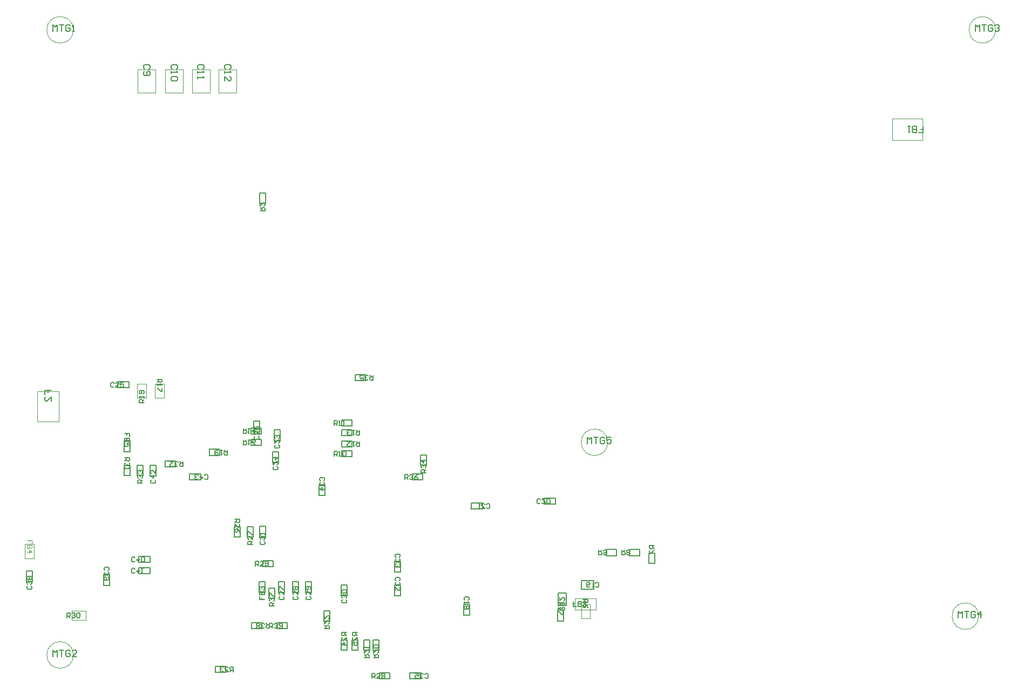
<source format=gbr>
%TF.GenerationSoftware,Altium Limited,Altium Designer,20.0.13 (296)*%
G04 Layer_Color=32768*
%FSLAX26Y26*%
%MOIN*%
%TF.FileFunction,Other,Mechanical_7*%
%TF.Part,Single*%
G01*
G75*
%TA.AperFunction,NonConductor*%
%ADD105C,0.006000*%
%ADD108C,0.005000*%
%ADD159C,0.008000*%
%ADD188C,0.004000*%
D105*
X5548114Y3450013D02*
X5574772D01*
Y3470006D01*
X5561443D01*
X5574772D01*
Y3490000D01*
X5534785Y3450013D02*
Y3490000D01*
X5514791D01*
X5508127Y3483336D01*
Y3476671D01*
X5514791Y3470006D01*
X5534785D01*
X5514791D01*
X5508127Y3463342D01*
Y3456677D01*
X5514791Y3450013D01*
X5534785D01*
X5494797Y3490000D02*
X5481468D01*
X5488133D01*
Y3450013D01*
X5494797Y3456677D01*
X149013Y1830342D02*
Y1857000D01*
X169006D01*
Y1843671D01*
Y1857000D01*
X189000D01*
Y1790355D02*
Y1817013D01*
X162342Y1790355D01*
X155677D01*
X149013Y1797019D01*
Y1810348D01*
X155677Y1817013D01*
X1292323Y3841342D02*
X1298987Y3848006D01*
Y3861335D01*
X1292323Y3868000D01*
X1265665D01*
X1259000Y3861335D01*
Y3848006D01*
X1265665Y3841342D01*
X1259000Y3828013D02*
Y3814684D01*
Y3821348D01*
X1298987D01*
X1292323Y3828013D01*
X1259000Y3768032D02*
Y3794690D01*
X1285658Y3768032D01*
X1292323D01*
X1298987Y3774697D01*
Y3788026D01*
X1292323Y3794690D01*
X1127323Y3841342D02*
X1133987Y3848006D01*
Y3861335D01*
X1127323Y3868000D01*
X1100665D01*
X1094000Y3861335D01*
Y3848006D01*
X1100665Y3841342D01*
X1094000Y3828013D02*
Y3814684D01*
Y3821348D01*
X1133987D01*
X1127323Y3828013D01*
X1094000Y3794690D02*
Y3781361D01*
Y3788026D01*
X1133987D01*
X1127323Y3794690D01*
X962323Y3841342D02*
X968987Y3848006D01*
Y3861336D01*
X962323Y3868000D01*
X935664D01*
X929000Y3861336D01*
Y3848006D01*
X935664Y3841342D01*
X929000Y3828013D02*
Y3814684D01*
Y3821348D01*
X968987D01*
X962323Y3828013D01*
Y3794690D02*
X968987Y3788026D01*
Y3774697D01*
X962323Y3768032D01*
X935664D01*
X929000Y3774697D01*
Y3788026D01*
X935664Y3794690D01*
X962323D01*
X792323Y3841342D02*
X798987Y3848006D01*
Y3861336D01*
X792323Y3868000D01*
X765664D01*
X759000Y3861336D01*
Y3848006D01*
X765664Y3841342D01*
Y3828013D02*
X759000Y3821348D01*
Y3808019D01*
X765664Y3801355D01*
X792323D01*
X798987Y3808019D01*
Y3821348D01*
X792323Y3828013D01*
X785658D01*
X778994Y3821348D01*
Y3801355D01*
D108*
X3761996Y834299D02*
Y871701D01*
Y834299D02*
X3824996D01*
Y871701D01*
X3761996D02*
X3824996D01*
X1584961Y381299D02*
Y418701D01*
X1647961D01*
Y381299D02*
Y418701D01*
X1584961Y381299D02*
X1647961D01*
X1491500D02*
Y418701D01*
X1428500Y381299D02*
X1491500D01*
X1428500D02*
Y418701D01*
X1491500D01*
X1532760Y568500D02*
X1570162D01*
X1532760D02*
Y631500D01*
X1570162D01*
Y568500D02*
Y631500D01*
X2129965Y1916299D02*
Y1953701D01*
X2066965Y1916299D02*
X2129965D01*
X2066965D02*
Y1953701D01*
X2129965D01*
X2419602Y1301299D02*
Y1338701D01*
X2482602D01*
Y1301299D02*
Y1338701D01*
X2419602Y1301299D02*
X2482602D01*
X2471299Y1393500D02*
X2508701D01*
X2471299D02*
Y1456500D01*
X2508701D01*
Y1393500D02*
Y1456500D01*
X720728Y1328500D02*
X758130D01*
X720728D02*
Y1391500D01*
X758130D01*
Y1328500D02*
Y1391500D01*
X957465Y1381299D02*
Y1418701D01*
X894465Y1381299D02*
X957465D01*
X894465D02*
Y1418701D01*
X957465D01*
X640728Y1393000D02*
X678130D01*
Y1330000D02*
Y1393000D01*
X640728Y1330000D02*
X678130D01*
X640728D02*
Y1393000D01*
X1498500Y766299D02*
Y803701D01*
X1561500D01*
Y766299D02*
Y803701D01*
X1498500Y766299D02*
X1561500D01*
X2218500Y71299D02*
Y108701D01*
X2281500D01*
Y71299D02*
Y108701D01*
X2218500Y71299D02*
X2281500D01*
X1401299Y950035D02*
X1438701D01*
X1401299D02*
Y1013035D01*
X1438701D01*
Y950035D02*
Y1013035D01*
X1321299D02*
X1358701D01*
Y950035D02*
Y1013035D01*
X1321299Y950035D02*
X1358701D01*
X1321299D02*
Y1013035D01*
X2046299Y312130D02*
X2083701D01*
X2046299Y249130D02*
Y312130D01*
Y249130D02*
X2083701D01*
Y312130D01*
X1981299Y311500D02*
X2018701D01*
X1981299Y248500D02*
Y311500D01*
Y248500D02*
X2018701D01*
Y311500D01*
X1267091Y113701D02*
Y151102D01*
X1204091D02*
X1267091D01*
X1204091Y113701D02*
Y151102D01*
Y113701D02*
X1267091D01*
X1873976Y429375D02*
X1911378D01*
Y492375D01*
X1873976D02*
X1911378D01*
X1873976Y429375D02*
Y492375D01*
X2120039Y248500D02*
X2157441D01*
Y311500D01*
X2120039D02*
X2157441D01*
X2120039Y248500D02*
Y311500D01*
X2176929Y248500D02*
X2214331D01*
Y311500D01*
X2176929D02*
X2214331D01*
X2176929Y248500D02*
Y311500D01*
X1229965Y1453898D02*
Y1491299D01*
X1166965Y1453898D02*
X1229965D01*
X1166965D02*
Y1491299D01*
X1229965D01*
X1422870Y1516299D02*
Y1553701D01*
Y1516299D02*
X1485870D01*
Y1553701D01*
X1422870D02*
X1485870D01*
X1422870Y1586299D02*
Y1623701D01*
Y1586299D02*
X1485870D01*
Y1623701D01*
X1422870D02*
X1485870D01*
X2045870Y1576299D02*
Y1613701D01*
X1982870Y1576299D02*
X2045870D01*
X1982870D02*
Y1613701D01*
X2045870D01*
Y1506299D02*
Y1543701D01*
X1982870Y1506299D02*
X2045870D01*
X1982870D02*
Y1543701D01*
X2045870D01*
X1982870Y1636299D02*
Y1673701D01*
X2045870D01*
Y1636299D02*
Y1673701D01*
X1982870Y1636299D02*
X2045870D01*
X1982870Y1446299D02*
Y1483701D01*
X2045870D01*
Y1446299D02*
Y1483701D01*
X1982870Y1446299D02*
X2045870D01*
X3617500Y834299D02*
Y871701D01*
Y834299D02*
X3680500D01*
Y871701D01*
X3617500D02*
X3680500D01*
X3881299Y850035D02*
X3918701D01*
X3881299Y787035D02*
Y850035D01*
Y787035D02*
X3918701D01*
Y850035D01*
X1476299Y3013500D02*
X1513701D01*
Y3076500D01*
X1476299D02*
X1513701D01*
X1476299Y3013500D02*
Y3076500D01*
X639307Y1475622D02*
Y1544622D01*
Y1475622D02*
X677307D01*
Y1544622D01*
X639307D02*
X677307D01*
X1510500Y605500D02*
Y674500D01*
X1472500D02*
X1510500D01*
X1472500Y605500D02*
Y674500D01*
Y605500D02*
X1510500D01*
X1113929Y1302000D02*
Y1338000D01*
X1044929Y1302000D02*
X1113929D01*
X1044929D02*
Y1338000D01*
X1113929D01*
X801429Y1325500D02*
X837429D01*
X801429D02*
Y1394500D01*
X837429D01*
Y1325500D02*
Y1394500D01*
X730500Y722000D02*
Y758000D01*
Y722000D02*
X799500D01*
Y758000D01*
X730500D02*
X799500D01*
X730500Y792000D02*
Y828000D01*
Y792000D02*
X799500D01*
Y828000D01*
X730500D02*
X799500D01*
X513000Y718500D02*
X549000D01*
X513000Y649500D02*
Y718500D01*
Y649500D02*
X549000D01*
Y718500D01*
X37000Y671405D02*
X73000D01*
X37000D02*
Y740405D01*
X73000D01*
Y671405D02*
Y740405D01*
X2474047Y72000D02*
Y108000D01*
X2405047D02*
X2474047D01*
X2405047Y72000D02*
Y108000D01*
Y72000D02*
X2474047D01*
X1845110Y1274106D02*
X1881110D01*
X1845110Y1205106D02*
Y1274106D01*
Y1205106D02*
X1881110D01*
Y1274106D01*
X2312000Y801035D02*
X2348000D01*
Y732035D02*
Y801035D01*
X2312000Y732035D02*
X2348000D01*
X2312000D02*
Y801035D01*
Y654500D02*
X2348000D01*
Y585500D02*
Y654500D01*
X2312000Y585500D02*
X2348000D01*
X2312000D02*
Y654500D01*
X1477000Y947035D02*
X1513000D01*
X1477000D02*
Y1016035D01*
X1513000D01*
Y947035D02*
Y1016035D01*
X1982000Y585500D02*
X2018000D01*
Y654500D01*
X1982000D02*
X2018000D01*
X1982000Y585500D02*
Y654500D01*
X1760000Y605500D02*
X1796000D01*
X1760000D02*
Y674500D01*
X1796000D01*
Y605500D02*
Y674500D01*
X1680000Y605500D02*
X1716000D01*
X1680000D02*
Y674500D01*
X1716000D01*
Y605500D02*
Y674500D01*
X1595000Y605500D02*
X1631000D01*
X1595000D02*
Y674500D01*
X1631000D01*
Y605500D02*
Y674500D01*
X1440465Y1598099D02*
X1476465D01*
X1440465D02*
Y1667099D01*
X1476465D01*
Y1598099D02*
Y1667099D01*
X602035Y1872000D02*
Y1908000D01*
X671035D01*
Y1872000D02*
Y1908000D01*
X602035Y1872000D02*
X671035D01*
X1556370Y1408689D02*
X1592370D01*
Y1477689D01*
X1556370D02*
X1592370D01*
X1556370Y1408689D02*
Y1477689D01*
X1566370Y1542567D02*
X1602370D01*
Y1611567D01*
X1566370D02*
X1602370D01*
X1566370Y1542567D02*
Y1611567D01*
X3319213Y525630D02*
Y604370D01*
X3370787D01*
Y525630D02*
Y604370D01*
X3319213Y525630D02*
X3370787D01*
X2854500Y1122000D02*
Y1158000D01*
X2785500D02*
X2854500D01*
X2785500Y1122000D02*
Y1158000D01*
Y1122000D02*
X2854500D01*
X3235500Y1152000D02*
Y1188000D01*
Y1152000D02*
X3304500D01*
Y1188000D01*
X3235500D02*
X3304500D01*
X3462630Y627638D02*
X3541370D01*
X3462630D02*
Y679213D01*
X3541370D01*
Y627638D02*
Y679213D01*
X2737000Y534500D02*
X2773000D01*
Y465500D02*
Y534500D01*
X2737000Y465500D02*
X2773000D01*
X2737000D02*
Y534500D01*
X3317000Y499500D02*
X3353000D01*
Y430500D02*
Y499500D01*
X3317000Y430500D02*
X3353000D01*
X3317000D02*
Y499500D01*
X3715496Y868000D02*
Y838010D01*
X3730491D01*
X3735490Y843008D01*
Y853005D01*
X3730491Y858003D01*
X3715496D01*
X3725493D02*
X3735490Y868000D01*
X3745486Y843008D02*
X3750485Y838010D01*
X3760481D01*
X3765480Y843008D01*
Y848006D01*
X3760481Y853005D01*
X3765480Y858003D01*
Y863002D01*
X3760481Y868000D01*
X3750485D01*
X3745486Y863002D01*
Y858003D01*
X3750485Y853005D01*
X3745486Y848006D01*
Y843008D01*
X3750485Y853005D02*
X3760481D01*
X1538461Y385000D02*
Y414990D01*
X1553456D01*
X1558454Y409992D01*
Y399995D01*
X1553456Y394997D01*
X1538461D01*
X1548458D02*
X1558454Y385000D01*
X1568451Y409992D02*
X1573449Y414990D01*
X1583446D01*
X1588445Y409992D01*
Y404993D01*
X1583446Y399995D01*
X1578448D01*
X1583446D01*
X1588445Y394997D01*
Y389998D01*
X1583446Y385000D01*
X1573449D01*
X1568451Y389998D01*
X1598441D02*
X1603440Y385000D01*
X1613437D01*
X1618435Y389998D01*
Y409992D01*
X1613437Y414990D01*
X1603440D01*
X1598441Y409992D01*
Y404993D01*
X1603440Y399995D01*
X1618435D01*
X1538000Y415000D02*
Y385010D01*
X1523005D01*
X1518006Y390008D01*
Y400005D01*
X1523005Y405003D01*
X1538000D01*
X1528003D02*
X1518006Y415000D01*
X1508010Y390008D02*
X1503011Y385010D01*
X1493014D01*
X1488016Y390008D01*
Y395007D01*
X1493014Y400005D01*
X1498013D01*
X1493014D01*
X1488016Y405003D01*
Y410002D01*
X1493014Y415000D01*
X1503011D01*
X1508010Y410002D01*
X1478019Y390008D02*
X1473021Y385010D01*
X1463024D01*
X1458026Y390008D01*
Y395007D01*
X1463024Y400005D01*
X1458026Y405003D01*
Y410002D01*
X1463024Y415000D01*
X1473021D01*
X1478019Y410002D01*
Y405003D01*
X1473021Y400005D01*
X1478019Y395007D01*
Y390008D01*
X1473021Y400005D02*
X1463024D01*
X1566461Y522000D02*
X1536470D01*
Y536995D01*
X1541469Y541994D01*
X1551466D01*
X1556464Y536995D01*
Y522000D01*
Y531997D02*
X1566461Y541994D01*
X1541469Y551990D02*
X1536470Y556989D01*
Y566986D01*
X1541469Y571984D01*
X1546467D01*
X1551466Y566986D01*
Y561987D01*
Y566986D01*
X1556464Y571984D01*
X1561462D01*
X1566461Y566986D01*
Y556989D01*
X1561462Y551990D01*
X1536470Y581981D02*
Y601974D01*
X1541469D01*
X1561462Y581981D01*
X1566461D01*
X2176465Y1950000D02*
Y1920010D01*
X2161469D01*
X2156471Y1925008D01*
Y1935005D01*
X2161469Y1940003D01*
X2176465D01*
X2166468D02*
X2156471Y1950000D01*
X2146474Y1925008D02*
X2141476Y1920010D01*
X2131479D01*
X2126481Y1925008D01*
Y1930006D01*
X2131479Y1935005D01*
X2136477D01*
X2131479D01*
X2126481Y1940003D01*
Y1945002D01*
X2131479Y1950000D01*
X2141476D01*
X2146474Y1945002D01*
X2096490Y1920010D02*
X2116484D01*
Y1935005D01*
X2106487Y1930006D01*
X2101489D01*
X2096490Y1935005D01*
Y1945002D01*
X2101489Y1950000D01*
X2111486D01*
X2116484Y1945002D01*
X2373102Y1305000D02*
Y1334990D01*
X2388097D01*
X2393096Y1329992D01*
Y1319995D01*
X2388097Y1314997D01*
X2373102D01*
X2383099D02*
X2393096Y1305000D01*
X2403093Y1329992D02*
X2408091Y1334990D01*
X2418088D01*
X2423086Y1329992D01*
Y1324994D01*
X2418088Y1319995D01*
X2413089D01*
X2418088D01*
X2423086Y1314997D01*
Y1309998D01*
X2418088Y1305000D01*
X2408091D01*
X2403093Y1309998D01*
X2453076Y1334990D02*
X2443080Y1329992D01*
X2433083Y1319995D01*
Y1309998D01*
X2438081Y1305000D01*
X2448078D01*
X2453076Y1309998D01*
Y1314997D01*
X2448078Y1319995D01*
X2433083D01*
X2505000Y1347000D02*
X2475010D01*
Y1361995D01*
X2480008Y1366994D01*
X2490005D01*
X2495003Y1361995D01*
Y1347000D01*
Y1356997D02*
X2505000Y1366994D01*
X2480008Y1376990D02*
X2475010Y1381989D01*
Y1391986D01*
X2480008Y1396984D01*
X2485006D01*
X2490005Y1391986D01*
Y1386987D01*
Y1391986D01*
X2495003Y1396984D01*
X2500002D01*
X2505000Y1391986D01*
Y1381989D01*
X2500002Y1376990D01*
X2505000Y1421976D02*
X2475010D01*
X2490005Y1406981D01*
Y1426974D01*
X754429Y1282000D02*
X724439D01*
Y1296995D01*
X729437Y1301994D01*
X739434D01*
X744432Y1296995D01*
Y1282000D01*
Y1291997D02*
X754429Y1301994D01*
X729437Y1311990D02*
X724439Y1316989D01*
Y1326986D01*
X729437Y1331984D01*
X734436D01*
X739434Y1326986D01*
Y1321987D01*
Y1326986D01*
X744432Y1331984D01*
X749431D01*
X754429Y1326986D01*
Y1316989D01*
X749431Y1311990D01*
X729437Y1341981D02*
X724439Y1346979D01*
Y1356976D01*
X729437Y1361974D01*
X734436D01*
X739434Y1356976D01*
Y1351977D01*
Y1356976D01*
X744432Y1361974D01*
X749431D01*
X754429Y1356976D01*
Y1346979D01*
X749431Y1341981D01*
X1003965Y1415000D02*
Y1385010D01*
X988969D01*
X983971Y1390008D01*
Y1400005D01*
X988969Y1405003D01*
X1003965D01*
X993968D02*
X983971Y1415000D01*
X973974Y1390008D02*
X968976Y1385010D01*
X958979D01*
X953981Y1390008D01*
Y1395006D01*
X958979Y1400005D01*
X963977D01*
X958979D01*
X953981Y1405003D01*
Y1410002D01*
X958979Y1415000D01*
X968976D01*
X973974Y1410002D01*
X923990Y1415000D02*
X943984D01*
X923990Y1395006D01*
Y1390008D01*
X928989Y1385010D01*
X938986D01*
X943984Y1390008D01*
X644429Y1439500D02*
X674419D01*
Y1424505D01*
X669421Y1419506D01*
X659424D01*
X654426Y1424505D01*
Y1439500D01*
Y1429503D02*
X644429Y1419506D01*
X669421Y1409510D02*
X674419Y1404511D01*
Y1394514D01*
X669421Y1389516D01*
X664423D01*
X659424Y1394514D01*
Y1399513D01*
Y1394514D01*
X654426Y1389516D01*
X649428D01*
X644429Y1394514D01*
Y1404511D01*
X649428Y1409510D01*
X644429Y1379519D02*
Y1369523D01*
Y1374521D01*
X674419D01*
X669421Y1379519D01*
X288000Y450000D02*
Y479990D01*
X302995D01*
X307993Y474992D01*
Y464995D01*
X302995Y459997D01*
X288000D01*
X297997D02*
X307993Y450000D01*
X317990Y474992D02*
X322989Y479990D01*
X332986D01*
X337984Y474992D01*
Y469993D01*
X332986Y464995D01*
X327987D01*
X332986D01*
X337984Y459997D01*
Y454998D01*
X332986Y450000D01*
X322989D01*
X317990Y454998D01*
X347981Y474992D02*
X352979Y479990D01*
X362976D01*
X367974Y474992D01*
Y454998D01*
X362976Y450000D01*
X352979D01*
X347981Y454998D01*
Y474992D01*
X1452000Y770000D02*
Y799990D01*
X1466995D01*
X1471994Y794992D01*
Y784995D01*
X1466995Y779997D01*
X1452000D01*
X1461997D02*
X1471994Y770000D01*
X1501984D02*
X1481990D01*
X1501984Y789994D01*
Y794992D01*
X1496986Y799990D01*
X1486989D01*
X1481990Y794992D01*
X1511981Y774998D02*
X1516979Y770000D01*
X1526976D01*
X1531974Y774998D01*
Y794992D01*
X1526976Y799990D01*
X1516979D01*
X1511981Y794992D01*
Y789994D01*
X1516979Y784995D01*
X1531974D01*
X2172000Y75000D02*
Y104990D01*
X2186995D01*
X2191994Y99992D01*
Y89995D01*
X2186995Y84997D01*
X2172000D01*
X2181997D02*
X2191994Y75000D01*
X2221984D02*
X2201990D01*
X2221984Y94993D01*
Y99992D01*
X2216985Y104990D01*
X2206989D01*
X2201990Y99992D01*
X2231981D02*
X2236979Y104990D01*
X2246976D01*
X2251974Y99992D01*
Y94993D01*
X2246976Y89995D01*
X2251974Y84997D01*
Y79998D01*
X2246976Y75000D01*
X2236979D01*
X2231981Y79998D01*
Y84997D01*
X2236979Y89995D01*
X2231981Y94993D01*
Y99992D01*
X2236979Y89995D02*
X2246976D01*
X1435000Y903535D02*
X1405010D01*
Y918531D01*
X1410008Y923529D01*
X1420005D01*
X1425003Y918531D01*
Y903535D01*
Y913532D02*
X1435000Y923529D01*
Y953519D02*
Y933526D01*
X1415006Y953519D01*
X1410008D01*
X1405010Y948521D01*
Y938524D01*
X1410008Y933526D01*
X1405010Y963516D02*
Y983510D01*
X1410008D01*
X1430002Y963516D01*
X1435000D01*
X1325000Y1059535D02*
X1354990D01*
Y1044540D01*
X1349992Y1039542D01*
X1339995D01*
X1334997Y1044540D01*
Y1059535D01*
Y1049539D02*
X1325000Y1039542D01*
Y1009552D02*
Y1029545D01*
X1344994Y1009552D01*
X1349992D01*
X1354990Y1014550D01*
Y1024547D01*
X1349992Y1029545D01*
X1354990Y979561D02*
X1349992Y989558D01*
X1339995Y999555D01*
X1329998D01*
X1325000Y994556D01*
Y984560D01*
X1329998Y979561D01*
X1334997D01*
X1339995Y984560D01*
Y999555D01*
X2080000Y358630D02*
X2050010D01*
Y343635D01*
X2055008Y338636D01*
X2065005D01*
X2070003Y343635D01*
Y358630D01*
Y348633D02*
X2080000Y338636D01*
Y308646D02*
Y328640D01*
X2060006Y308646D01*
X2055008D01*
X2050010Y313644D01*
Y323641D01*
X2055008Y328640D01*
X2050010Y278656D02*
Y298649D01*
X2065005D01*
X2060006Y288652D01*
Y283654D01*
X2065005Y278656D01*
X2075002D01*
X2080000Y283654D01*
Y293651D01*
X2075002Y298649D01*
X2015000Y358000D02*
X1985010D01*
Y343005D01*
X1990008Y338007D01*
X2000005D01*
X2005003Y343005D01*
Y358000D01*
Y348003D02*
X2015000Y338007D01*
Y308016D02*
Y328010D01*
X1995006Y308016D01*
X1990008D01*
X1985010Y313014D01*
Y323011D01*
X1990008Y328010D01*
X2015000Y283024D02*
X1985010D01*
X2000005Y298019D01*
Y278026D01*
X1313591Y117401D02*
Y147392D01*
X1298595D01*
X1293597Y142393D01*
Y132397D01*
X1298595Y127398D01*
X1313591D01*
X1303594D02*
X1293597Y117401D01*
X1263607D02*
X1283600D01*
X1263607Y137395D01*
Y142393D01*
X1268605Y147392D01*
X1278602D01*
X1283600Y142393D01*
X1253610D02*
X1248612Y147392D01*
X1238615D01*
X1233617Y142393D01*
Y137395D01*
X1238615Y132397D01*
X1243613D01*
X1238615D01*
X1233617Y127398D01*
Y122400D01*
X1238615Y117401D01*
X1248612D01*
X1253610Y122400D01*
X1877677Y382875D02*
X1907667D01*
Y397871D01*
X1902669Y402869D01*
X1892672D01*
X1887674Y397871D01*
Y382875D01*
Y392872D02*
X1877677Y402869D01*
Y432859D02*
Y412866D01*
X1897671Y432859D01*
X1902669D01*
X1907667Y427861D01*
Y417864D01*
X1902669Y412866D01*
X1877677Y462849D02*
Y442856D01*
X1897671Y462849D01*
X1902669D01*
X1907667Y457851D01*
Y447854D01*
X1902669Y442856D01*
X2123740Y202000D02*
X2153730D01*
Y216995D01*
X2148732Y221994D01*
X2138735D01*
X2133737Y216995D01*
Y202000D01*
Y211997D02*
X2123740Y221994D01*
Y251984D02*
Y231990D01*
X2143734Y251984D01*
X2148732D01*
X2153730Y246986D01*
Y236989D01*
X2148732Y231990D01*
X2123740Y261981D02*
Y271977D01*
Y266979D01*
X2153730D01*
X2148732Y261981D01*
X2180630Y202000D02*
X2210620D01*
Y216995D01*
X2205622Y221994D01*
X2195625D01*
X2190627Y216995D01*
Y202000D01*
Y211997D02*
X2180630Y221994D01*
Y251984D02*
Y231990D01*
X2200623Y251984D01*
X2205622D01*
X2210620Y246986D01*
Y236989D01*
X2205622Y231990D01*
Y261981D02*
X2210620Y266979D01*
Y276976D01*
X2205622Y281974D01*
X2185628D01*
X2180630Y276976D01*
Y266979D01*
X2185628Y261981D01*
X2205622D01*
X1276465Y1487599D02*
Y1457608D01*
X1261469D01*
X1256471Y1462607D01*
Y1472603D01*
X1261469Y1477602D01*
X1276465D01*
X1266468D02*
X1256471Y1487599D01*
X1246474D02*
X1236477D01*
X1241476D01*
Y1457608D01*
X1246474Y1462607D01*
X1221482Y1482600D02*
X1216484Y1487599D01*
X1206487D01*
X1201489Y1482600D01*
Y1462607D01*
X1206487Y1457608D01*
X1216484D01*
X1221482Y1462607D01*
Y1467605D01*
X1216484Y1472603D01*
X1201489D01*
X763465Y1780599D02*
X733474D01*
Y1795594D01*
X738473Y1800592D01*
X748469D01*
X753468Y1795594D01*
Y1780599D01*
Y1790595D02*
X763465Y1800592D01*
Y1810589D02*
Y1820586D01*
Y1815587D01*
X733474D01*
X738473Y1810589D01*
Y1835581D02*
X733474Y1840579D01*
Y1850576D01*
X738473Y1855574D01*
X743471D01*
X748469Y1850576D01*
X753468Y1855574D01*
X758466D01*
X763465Y1850576D01*
Y1840579D01*
X758466Y1835581D01*
X753468D01*
X748469Y1840579D01*
X743471Y1835581D01*
X738473D01*
X748469Y1840579D02*
Y1850576D01*
X843465Y1924599D02*
X873455D01*
Y1909603D01*
X868457Y1904605D01*
X858460D01*
X853461Y1909603D01*
Y1924599D01*
Y1914602D02*
X843465Y1904605D01*
Y1894608D02*
Y1884611D01*
Y1889610D01*
X873455D01*
X868457Y1894608D01*
X873455Y1869616D02*
Y1849623D01*
X868457D01*
X848463Y1869616D01*
X843465D01*
X1376370Y1550000D02*
Y1520010D01*
X1391365D01*
X1396363Y1525008D01*
Y1535005D01*
X1391365Y1540003D01*
X1376370D01*
X1386367D02*
X1396363Y1550000D01*
X1406360D02*
X1416357D01*
X1411359D01*
Y1520010D01*
X1406360Y1525008D01*
X1451346Y1520010D02*
X1441349Y1525008D01*
X1431352Y1535005D01*
Y1545002D01*
X1436351Y1550000D01*
X1446347D01*
X1451346Y1545002D01*
Y1540003D01*
X1446347Y1535005D01*
X1431352D01*
X1376370Y1620000D02*
Y1590010D01*
X1391365D01*
X1396363Y1595008D01*
Y1605005D01*
X1391365Y1610003D01*
X1376370D01*
X1386367D02*
X1396363Y1620000D01*
X1406360D02*
X1416357D01*
X1411359D01*
Y1590010D01*
X1406360Y1595008D01*
X1446347Y1620000D02*
Y1590010D01*
X1431352Y1605005D01*
X1451346D01*
X2092370Y1610000D02*
Y1580010D01*
X2077375D01*
X2072376Y1585008D01*
Y1595005D01*
X2077375Y1600003D01*
X2092370D01*
X2082373D02*
X2072376Y1610000D01*
X2062380D02*
X2052383D01*
X2057381D01*
Y1580010D01*
X2062380Y1585008D01*
X2037388D02*
X2032389Y1580010D01*
X2022393D01*
X2017394Y1585008D01*
Y1590006D01*
X2022393Y1595005D01*
X2027391D01*
X2022393D01*
X2017394Y1600003D01*
Y1605002D01*
X2022393Y1610000D01*
X2032389D01*
X2037388Y1605002D01*
X2092370Y1540000D02*
Y1510010D01*
X2077375D01*
X2072376Y1515008D01*
Y1525005D01*
X2077375Y1530003D01*
X2092370D01*
X2082373D02*
X2072376Y1540000D01*
X2062380D02*
X2052383D01*
X2057381D01*
Y1510010D01*
X2062380Y1515008D01*
X2017394Y1540000D02*
X2037388D01*
X2017394Y1520006D01*
Y1515008D01*
X2022393Y1510010D01*
X2032389D01*
X2037388Y1515008D01*
X1936370Y1640000D02*
Y1669990D01*
X1951365D01*
X1956363Y1664992D01*
Y1654995D01*
X1951365Y1649997D01*
X1936370D01*
X1946367D02*
X1956363Y1640000D01*
X1966360D02*
X1976357D01*
X1971359D01*
Y1669990D01*
X1966360Y1664992D01*
X1991352Y1640000D02*
X2001349D01*
X1996351D01*
Y1669990D01*
X1991352Y1664992D01*
X1936370Y1450000D02*
Y1479990D01*
X1951365D01*
X1956363Y1474992D01*
Y1464995D01*
X1951365Y1459997D01*
X1936370D01*
X1946367D02*
X1956363Y1450000D01*
X1966360D02*
X1976357D01*
X1971359D01*
Y1479990D01*
X1966360Y1474992D01*
X1991352D02*
X1996351Y1479990D01*
X2006347D01*
X2011346Y1474992D01*
Y1454998D01*
X2006347Y1450000D01*
X1996351D01*
X1991352Y1454998D01*
Y1474992D01*
X3571000Y868000D02*
Y838010D01*
X3585995D01*
X3590994Y843008D01*
Y853005D01*
X3585995Y858003D01*
X3571000D01*
X3580997D02*
X3590994Y868000D01*
X3600990Y863002D02*
X3605989Y868000D01*
X3615985D01*
X3620984Y863002D01*
Y843008D01*
X3615985Y838010D01*
X3605989D01*
X3600990Y843008D01*
Y848006D01*
X3605989Y853005D01*
X3620984D01*
X3915000Y896535D02*
X3885010D01*
Y881540D01*
X3890008Y876542D01*
X3900005D01*
X3905003Y881540D01*
Y896535D01*
Y886539D02*
X3915000Y876542D01*
X3885010Y866545D02*
Y846552D01*
X3890008D01*
X3910002Y866545D01*
X3915000D01*
X3475000Y562130D02*
X3504990D01*
Y547135D01*
X3499992Y542136D01*
X3489995D01*
X3484997Y547135D01*
Y562130D01*
Y552133D02*
X3475000Y542136D01*
X3504990Y512146D02*
X3499992Y522143D01*
X3489995Y532140D01*
X3479998D01*
X3475000Y527141D01*
Y517144D01*
X3479998Y512146D01*
X3484997D01*
X3489995Y517144D01*
Y532140D01*
X1480000Y2967000D02*
X1509990D01*
Y2981995D01*
X1504992Y2986994D01*
X1494995D01*
X1489997Y2981995D01*
Y2967000D01*
Y2976997D02*
X1480000Y2986994D01*
Y3016984D02*
Y2996990D01*
X1499994Y3016984D01*
X1504992D01*
X1509990Y3011985D01*
Y3001989D01*
X1504992Y2996990D01*
X673297Y1568129D02*
Y1588122D01*
X658302D01*
Y1578125D01*
Y1588122D01*
X643307D01*
X673297Y1558132D02*
X643307D01*
Y1543137D01*
X648306Y1538138D01*
X653304D01*
X658302Y1543137D01*
Y1558132D01*
Y1543137D01*
X663301Y1538138D01*
X668299D01*
X673297Y1543137D01*
Y1558132D01*
Y1508148D02*
Y1528141D01*
X658302D01*
X663301Y1518145D01*
Y1513146D01*
X658302Y1508148D01*
X648306D01*
X643307Y1513146D01*
Y1523143D01*
X648306Y1528141D01*
X1476510Y581994D02*
Y562000D01*
X1491505D01*
Y571997D01*
Y562000D01*
X1506500D01*
X1476510Y591990D02*
X1506500D01*
Y606986D01*
X1501502Y611984D01*
X1496503D01*
X1491505Y606986D01*
Y591990D01*
Y606986D01*
X1486506Y611984D01*
X1481508D01*
X1476510Y606986D01*
Y591990D01*
X1481508Y621981D02*
X1476510Y626979D01*
Y636976D01*
X1481508Y641974D01*
X1486506D01*
X1491505Y636976D01*
Y631977D01*
Y636976D01*
X1496503Y641974D01*
X1501502D01*
X1506500Y636976D01*
Y626979D01*
X1501502Y621981D01*
X3434994Y520140D02*
X3415000D01*
Y535135D01*
X3424997D01*
X3415000D01*
Y550130D01*
X3444990Y520140D02*
Y550130D01*
X3459985D01*
X3464984Y545131D01*
Y540133D01*
X3459985Y535135D01*
X3444990D01*
X3459985D01*
X3464984Y530136D01*
Y525138D01*
X3459985Y520140D01*
X3444990D01*
X3494974Y550130D02*
X3474981D01*
X3494974Y530136D01*
Y525138D01*
X3489976Y520140D01*
X3479979D01*
X3474981Y525138D01*
X1137436Y1310008D02*
X1142434Y1305010D01*
X1152431D01*
X1157429Y1310008D01*
Y1330002D01*
X1152431Y1335000D01*
X1142434D01*
X1137436Y1330002D01*
X1112444Y1335000D02*
Y1305010D01*
X1127439Y1320005D01*
X1107445D01*
X1097448Y1310008D02*
X1092450Y1305010D01*
X1082453D01*
X1077455Y1310008D01*
Y1315006D01*
X1082453Y1320005D01*
X1087452D01*
X1082453D01*
X1077455Y1325003D01*
Y1330002D01*
X1082453Y1335000D01*
X1092450D01*
X1097448Y1330002D01*
X809437Y1301994D02*
X804439Y1296995D01*
Y1286998D01*
X809437Y1282000D01*
X829431D01*
X834429Y1286998D01*
Y1296995D01*
X829431Y1301994D01*
X834429Y1326986D02*
X804439D01*
X819434Y1311990D01*
Y1331984D01*
X834429Y1361974D02*
Y1341981D01*
X814436Y1361974D01*
X809437D01*
X804439Y1356976D01*
Y1346979D01*
X809437Y1341981D01*
X706994Y730008D02*
X701995Y725010D01*
X691998D01*
X687000Y730008D01*
Y750002D01*
X691998Y755000D01*
X701995D01*
X706994Y750002D01*
X731986Y755000D02*
Y725010D01*
X716990Y740005D01*
X736984D01*
X746981Y755000D02*
X756977D01*
X751979D01*
Y725010D01*
X746981Y730008D01*
X706994Y800008D02*
X701995Y795010D01*
X691998D01*
X687000Y800008D01*
Y820002D01*
X691998Y825000D01*
X701995D01*
X706994Y820002D01*
X731986Y825000D02*
Y795010D01*
X716990Y810005D01*
X736984D01*
X746981Y800008D02*
X751979Y795010D01*
X761976D01*
X766974Y800008D01*
Y820002D01*
X761976Y825000D01*
X751979D01*
X746981Y820002D01*
Y800008D01*
X521008Y742006D02*
X516010Y747005D01*
Y757002D01*
X521008Y762000D01*
X541002D01*
X546000Y757002D01*
Y747005D01*
X541002Y742006D01*
X521008Y732010D02*
X516010Y727011D01*
Y717014D01*
X521008Y712016D01*
X526006D01*
X531005Y717014D01*
Y722013D01*
Y717014D01*
X536003Y712016D01*
X541002D01*
X546000Y717014D01*
Y727011D01*
X541002Y732010D01*
Y702019D02*
X546000Y697021D01*
Y687024D01*
X541002Y682026D01*
X521008D01*
X516010Y687024D01*
Y697021D01*
X521008Y702019D01*
X526006D01*
X531005Y697021D01*
Y682026D01*
X45008Y647899D02*
X40010Y642901D01*
Y632904D01*
X45008Y627905D01*
X65002D01*
X70000Y632904D01*
Y642901D01*
X65002Y647899D01*
X45008Y657896D02*
X40010Y662894D01*
Y672891D01*
X45008Y677889D01*
X50007D01*
X55005Y672891D01*
Y667893D01*
Y672891D01*
X60003Y677889D01*
X65002D01*
X70000Y672891D01*
Y662894D01*
X65002Y657896D01*
X45008Y687886D02*
X40010Y692885D01*
Y702881D01*
X45008Y707880D01*
X50007D01*
X55005Y702881D01*
X60003Y707880D01*
X65002D01*
X70000Y702881D01*
Y692885D01*
X65002Y687886D01*
X60003D01*
X55005Y692885D01*
X50007Y687886D01*
X45008D01*
X55005Y692885D02*
Y702881D01*
X2497554Y99992D02*
X2502552Y104990D01*
X2512549D01*
X2517547Y99992D01*
Y79998D01*
X2512549Y75000D01*
X2502552D01*
X2497554Y79998D01*
X2487557Y99992D02*
X2482559Y104990D01*
X2472562D01*
X2467564Y99992D01*
Y94993D01*
X2472562Y89995D01*
X2477560D01*
X2472562D01*
X2467564Y84997D01*
Y79998D01*
X2472562Y75000D01*
X2482559D01*
X2487557Y79998D01*
X2437573Y104990D02*
X2457567D01*
Y89995D01*
X2447570Y94993D01*
X2442572D01*
X2437573Y89995D01*
Y79998D01*
X2442572Y75000D01*
X2452568D01*
X2457567Y79998D01*
X1853118Y1297613D02*
X1848120Y1302611D01*
Y1312608D01*
X1853118Y1317606D01*
X1873112D01*
X1878110Y1312608D01*
Y1302611D01*
X1873112Y1297613D01*
X1853118Y1287616D02*
X1848120Y1282618D01*
Y1272621D01*
X1853118Y1267622D01*
X1858117D01*
X1863115Y1272621D01*
Y1277619D01*
Y1272621D01*
X1868113Y1267622D01*
X1873112D01*
X1878110Y1272621D01*
Y1282618D01*
X1873112Y1287616D01*
X1878110Y1242630D02*
X1848120D01*
X1863115Y1257626D01*
Y1237632D01*
X2339992Y824542D02*
X2344990Y829540D01*
Y839537D01*
X2339992Y844535D01*
X2319998D01*
X2315000Y839537D01*
Y829540D01*
X2319998Y824542D01*
X2339992Y814545D02*
X2344990Y809547D01*
Y799550D01*
X2339992Y794552D01*
X2334994D01*
X2329995Y799550D01*
Y804548D01*
Y799550D01*
X2324997Y794552D01*
X2319998D01*
X2315000Y799550D01*
Y809547D01*
X2319998Y814545D01*
X2339992Y784555D02*
X2344990Y779557D01*
Y769560D01*
X2339992Y764561D01*
X2334994D01*
X2329995Y769560D01*
Y774558D01*
Y769560D01*
X2324997Y764561D01*
X2319998D01*
X2315000Y769560D01*
Y779557D01*
X2319998Y784555D01*
X2339992Y678006D02*
X2344990Y683005D01*
Y693002D01*
X2339992Y698000D01*
X2319998D01*
X2315000Y693002D01*
Y683005D01*
X2319998Y678006D01*
X2339992Y668010D02*
X2344990Y663011D01*
Y653014D01*
X2339992Y648016D01*
X2334994D01*
X2329995Y653014D01*
Y658013D01*
Y653014D01*
X2324997Y648016D01*
X2319998D01*
X2315000Y653014D01*
Y663011D01*
X2319998Y668010D01*
X2315000Y618026D02*
Y638019D01*
X2334994Y618026D01*
X2339992D01*
X2344990Y623024D01*
Y633021D01*
X2339992Y638019D01*
X1485008Y923529D02*
X1480010Y918531D01*
Y908534D01*
X1485008Y903535D01*
X1505002D01*
X1510000Y908534D01*
Y918531D01*
X1505002Y923529D01*
X1485008Y933526D02*
X1480010Y938524D01*
Y948521D01*
X1485008Y953519D01*
X1490006D01*
X1495005Y948521D01*
Y943523D01*
Y948521D01*
X1500003Y953519D01*
X1505002D01*
X1510000Y948521D01*
Y938524D01*
X1505002Y933526D01*
X1510000Y963516D02*
Y973513D01*
Y968514D01*
X1480010D01*
X1485008Y963516D01*
X2009992Y561994D02*
X2014990Y556995D01*
Y546998D01*
X2009992Y542000D01*
X1989998D01*
X1985000Y546998D01*
Y556995D01*
X1989998Y561994D01*
X2009992Y571990D02*
X2014990Y576989D01*
Y586986D01*
X2009992Y591984D01*
X2004994D01*
X1999995Y586986D01*
Y581987D01*
Y586986D01*
X1994997Y591984D01*
X1989998D01*
X1985000Y586986D01*
Y576989D01*
X1989998Y571990D01*
X2009992Y601981D02*
X2014990Y606979D01*
Y616976D01*
X2009992Y621974D01*
X1989998D01*
X1985000Y616976D01*
Y606979D01*
X1989998Y601981D01*
X2009992D01*
X1768008Y581994D02*
X1763010Y576995D01*
Y566998D01*
X1768008Y562000D01*
X1788002D01*
X1793000Y566998D01*
Y576995D01*
X1788002Y581994D01*
X1793000Y611984D02*
Y591990D01*
X1773006Y611984D01*
X1768008D01*
X1763010Y606986D01*
Y596989D01*
X1768008Y591990D01*
X1788002Y621981D02*
X1793000Y626979D01*
Y636976D01*
X1788002Y641974D01*
X1768008D01*
X1763010Y636976D01*
Y626979D01*
X1768008Y621981D01*
X1773006D01*
X1778005Y626979D01*
Y641974D01*
X1688008Y581994D02*
X1683010Y576995D01*
Y566998D01*
X1688008Y562000D01*
X1708002D01*
X1713000Y566998D01*
Y576995D01*
X1708002Y581994D01*
X1713000Y611984D02*
Y591990D01*
X1693006Y611984D01*
X1688008D01*
X1683010Y606986D01*
Y596989D01*
X1688008Y591990D01*
Y621981D02*
X1683010Y626979D01*
Y636976D01*
X1688008Y641974D01*
X1693006D01*
X1698005Y636976D01*
X1703003Y641974D01*
X1708002D01*
X1713000Y636976D01*
Y626979D01*
X1708002Y621981D01*
X1703003D01*
X1698005Y626979D01*
X1693006Y621981D01*
X1688008D01*
X1698005Y626979D02*
Y636976D01*
X1603008Y581994D02*
X1598010Y576995D01*
Y566998D01*
X1603008Y562000D01*
X1623002D01*
X1628000Y566998D01*
Y576995D01*
X1623002Y581994D01*
X1628000Y611984D02*
Y591990D01*
X1608006Y611984D01*
X1603008D01*
X1598010Y606986D01*
Y596989D01*
X1603008Y591990D01*
X1598010Y621981D02*
Y641974D01*
X1603008D01*
X1623002Y621981D01*
X1628000D01*
X1448473Y1574592D02*
X1443474Y1569594D01*
Y1559597D01*
X1448473Y1554599D01*
X1468466D01*
X1473465Y1559597D01*
Y1569594D01*
X1468466Y1574592D01*
X1473465Y1604582D02*
Y1584589D01*
X1453471Y1604582D01*
X1448473D01*
X1443474Y1599584D01*
Y1589587D01*
X1448473Y1584589D01*
X1443474Y1634573D02*
X1448473Y1624576D01*
X1458469Y1614579D01*
X1468466D01*
X1473465Y1619578D01*
Y1629574D01*
X1468466Y1634573D01*
X1463468D01*
X1458469Y1629574D01*
Y1614579D01*
X578529Y1899992D02*
X573531Y1904990D01*
X563534D01*
X558535Y1899992D01*
Y1879998D01*
X563534Y1875000D01*
X573531D01*
X578529Y1879998D01*
X608519Y1875000D02*
X588526D01*
X608519Y1894994D01*
Y1899992D01*
X603521Y1904990D01*
X593524D01*
X588526Y1899992D01*
X638510Y1904990D02*
X618516D01*
Y1889995D01*
X628513Y1894994D01*
X633511D01*
X638510Y1889995D01*
Y1879998D01*
X633511Y1875000D01*
X623514D01*
X618516Y1879998D01*
X1584362Y1385182D02*
X1589360Y1380184D01*
Y1370187D01*
X1584362Y1365189D01*
X1564368D01*
X1559370Y1370187D01*
Y1380184D01*
X1564368Y1385182D01*
X1559370Y1415173D02*
Y1395179D01*
X1579363Y1415173D01*
X1584362D01*
X1589360Y1410175D01*
Y1400178D01*
X1584362Y1395179D01*
X1559370Y1440165D02*
X1589360D01*
X1574365Y1425170D01*
Y1445163D01*
X1594362Y1519061D02*
X1599360Y1514062D01*
Y1504065D01*
X1594362Y1499067D01*
X1574368D01*
X1569370Y1504065D01*
Y1514062D01*
X1574368Y1519061D01*
X1569370Y1549051D02*
Y1529057D01*
X1589363Y1549051D01*
X1594362D01*
X1599360Y1544053D01*
Y1534056D01*
X1594362Y1529057D01*
Y1559048D02*
X1599360Y1564046D01*
Y1574043D01*
X1594362Y1579041D01*
X1589363D01*
X1584365Y1574043D01*
Y1569044D01*
Y1574043D01*
X1579367Y1579041D01*
X1574368D01*
X1569370Y1574043D01*
Y1564046D01*
X1574368Y1559048D01*
X3354992Y515994D02*
X3359990Y510995D01*
Y500998D01*
X3354992Y496000D01*
X3334998D01*
X3330000Y500998D01*
Y510995D01*
X3334998Y515994D01*
X3330000Y545984D02*
Y525990D01*
X3349994Y545984D01*
X3354992D01*
X3359990Y540986D01*
Y530989D01*
X3354992Y525990D01*
X3330000Y575974D02*
Y555981D01*
X3349994Y575974D01*
X3354992D01*
X3359990Y570976D01*
Y560979D01*
X3354992Y555981D01*
X2878006Y1149992D02*
X2883005Y1154990D01*
X2893002D01*
X2898000Y1149992D01*
Y1129998D01*
X2893002Y1125000D01*
X2883005D01*
X2878006Y1129998D01*
X2848016Y1125000D02*
X2868010D01*
X2848016Y1144994D01*
Y1149992D01*
X2853015Y1154990D01*
X2863011D01*
X2868010Y1149992D01*
X2838019Y1125000D02*
X2828023D01*
X2833021D01*
Y1154990D01*
X2838019Y1149992D01*
X3211994Y1160008D02*
X3206995Y1155010D01*
X3196998D01*
X3192000Y1160008D01*
Y1180002D01*
X3196998Y1185000D01*
X3206995D01*
X3211994Y1180002D01*
X3241984Y1185000D02*
X3221990D01*
X3241984Y1165006D01*
Y1160008D01*
X3236985Y1155010D01*
X3226989D01*
X3221990Y1160008D01*
X3251981D02*
X3256979Y1155010D01*
X3266976D01*
X3271974Y1160008D01*
Y1180002D01*
X3266976Y1185000D01*
X3256979D01*
X3251981Y1180002D01*
Y1160008D01*
X3551006Y663417D02*
X3556005Y668415D01*
X3566002D01*
X3571000Y663417D01*
Y643424D01*
X3566002Y638425D01*
X3556005D01*
X3551006Y643424D01*
X3541010Y638425D02*
X3531013D01*
X3536011D01*
Y668415D01*
X3541010Y663417D01*
X3516018Y643424D02*
X3511019Y638425D01*
X3501023D01*
X3496024Y643424D01*
Y663417D01*
X3501023Y668415D01*
X3511019D01*
X3516018Y663417D01*
Y658419D01*
X3511019Y653420D01*
X3496024D01*
X2764992Y558006D02*
X2769990Y563005D01*
Y573002D01*
X2764992Y578000D01*
X2744998D01*
X2740000Y573002D01*
Y563005D01*
X2744998Y558006D01*
X2740000Y548010D02*
Y538013D01*
Y543011D01*
X2769990D01*
X2764992Y548010D01*
Y523018D02*
X2769990Y518019D01*
Y508023D01*
X2764992Y503024D01*
X2759994D01*
X2754995Y508023D01*
X2749997Y503024D01*
X2744998D01*
X2740000Y508023D01*
Y518019D01*
X2744998Y523018D01*
X2749997D01*
X2754995Y518019D01*
X2759994Y523018D01*
X2764992D01*
X2754995Y518019D02*
Y508023D01*
X3344992Y523006D02*
X3349990Y528005D01*
Y538002D01*
X3344992Y543000D01*
X3324998D01*
X3320000Y538002D01*
Y528005D01*
X3324998Y523006D01*
X3320000Y513010D02*
Y503013D01*
Y508011D01*
X3349990D01*
X3344992Y513010D01*
X3349990Y488018D02*
Y468024D01*
X3344992D01*
X3324998Y488018D01*
X3320000D01*
D159*
X3501000Y1526000D02*
Y1565987D01*
X3514329Y1552658D01*
X3527658Y1565987D01*
Y1526000D01*
X3540987Y1565987D02*
X3567645D01*
X3554316D01*
Y1526000D01*
X3607632Y1559323D02*
X3600968Y1565987D01*
X3587639D01*
X3580974Y1559323D01*
Y1532665D01*
X3587639Y1526000D01*
X3600968D01*
X3607632Y1532665D01*
Y1545994D01*
X3594303D01*
X3647619Y1565987D02*
X3620961D01*
Y1545994D01*
X3634290Y1552658D01*
X3640955D01*
X3647619Y1545994D01*
Y1532665D01*
X3640955Y1526000D01*
X3627626D01*
X3620961Y1532665D01*
X5791000Y451000D02*
Y490987D01*
X5804329Y477658D01*
X5817658Y490987D01*
Y451000D01*
X5830987Y490987D02*
X5857645D01*
X5844316D01*
Y451000D01*
X5897632Y484323D02*
X5890968Y490987D01*
X5877639D01*
X5870974Y484323D01*
Y457664D01*
X5877639Y451000D01*
X5890968D01*
X5897632Y457664D01*
Y470993D01*
X5884303D01*
X5930955Y451000D02*
Y490987D01*
X5910961Y470993D01*
X5937619D01*
X201000Y211000D02*
Y250987D01*
X214329Y237658D01*
X227658Y250987D01*
Y211000D01*
X240987Y250987D02*
X267645D01*
X254316D01*
Y211000D01*
X307632Y244323D02*
X300968Y250987D01*
X287639D01*
X280974Y244323D01*
Y217665D01*
X287639Y211000D01*
X300968D01*
X307632Y217665D01*
Y230994D01*
X294303D01*
X347619Y211000D02*
X320961D01*
X347619Y237658D01*
Y244323D01*
X340955Y250987D01*
X327626D01*
X320961Y244323D01*
X201000Y4076000D02*
Y4115987D01*
X214329Y4102658D01*
X227658Y4115987D01*
Y4076000D01*
X240987Y4115987D02*
X267645D01*
X254316D01*
Y4076000D01*
X307632Y4109323D02*
X300968Y4115987D01*
X287639D01*
X280974Y4109323D01*
Y4082664D01*
X287639Y4076000D01*
X300968D01*
X307632Y4082664D01*
Y4095994D01*
X294303D01*
X320961Y4076000D02*
X334290D01*
X327626D01*
Y4115987D01*
X320961Y4109323D01*
X5896000Y4076000D02*
Y4115987D01*
X5909329Y4102658D01*
X5922658Y4115987D01*
Y4076000D01*
X5935987Y4115987D02*
X5962645D01*
X5949316D01*
Y4076000D01*
X6002632Y4109323D02*
X5995968Y4115987D01*
X5982639D01*
X5975974Y4109323D01*
Y4082664D01*
X5982639Y4076000D01*
X5995968D01*
X6002632Y4082664D01*
Y4095994D01*
X5989303D01*
X6015961Y4109323D02*
X6022626Y4115987D01*
X6035955D01*
X6042619Y4109323D01*
Y4102658D01*
X6035955Y4095994D01*
X6029290D01*
X6035955D01*
X6042619Y4089329D01*
Y4082664D01*
X6035955Y4076000D01*
X6022626D01*
X6015961Y4082664D01*
D188*
X3627000Y1535000D02*
G03*
X3627000Y1535000I-82000J0D01*
G01*
X5917000Y460000D02*
G03*
X5917000Y460000I-82000J0D01*
G01*
X327000Y220000D02*
G03*
X327000Y220000I-82000J0D01*
G01*
Y4085000D02*
G03*
X327000Y4085000I-82000J0D01*
G01*
X6022000D02*
G03*
X6022000Y4085000I-82000J0D01*
G01*
X317000Y437500D02*
Y492500D01*
X403000D01*
Y437500D02*
Y492500D01*
X317000Y437500D02*
X403000D01*
X720965Y1809599D02*
X775965D01*
X720965D02*
Y1895599D01*
X775965D01*
Y1809599D02*
Y1895599D01*
X830965D02*
X885965D01*
Y1809599D02*
Y1895599D01*
X830965Y1809599D02*
X885965D01*
X830965D02*
Y1895599D01*
X3462500Y533130D02*
X3517500D01*
Y447130D02*
Y533130D01*
X3462500Y447130D02*
X3517500D01*
X3462500D02*
Y533130D01*
X83543Y814724D02*
Y905276D01*
X26457Y814724D02*
X83543D01*
X26457D02*
Y905276D01*
X83543D01*
X3425000Y500630D02*
Y569630D01*
X3555000D01*
Y500630D02*
Y569630D01*
X3425000Y500630D02*
X3555000D01*
X5384272Y3403000D02*
X5569272D01*
X5384272D02*
Y3537000D01*
X5569272D01*
Y3403000D02*
Y3537000D01*
X103000Y1662000D02*
Y1848000D01*
Y1662000D02*
X237000D01*
Y1848000D01*
X103000D02*
X237000D01*
X1225000Y3839000D02*
X1335000D01*
X1225000Y3697000D02*
Y3839000D01*
Y3697000D02*
X1335000D01*
Y3839000D01*
X1060000Y3839000D02*
X1170000D01*
X1060000Y3697000D02*
Y3839000D01*
Y3697000D02*
X1170000D01*
Y3839000D01*
X895000Y3839000D02*
X1005000D01*
X895000Y3697000D02*
Y3839000D01*
Y3697000D02*
X1005000D01*
Y3839000D01*
X725000D02*
X835000D01*
X725000Y3697000D02*
Y3839000D01*
Y3697000D02*
X835000D01*
Y3839000D01*
X68990Y910006D02*
Y930000D01*
X53995D01*
Y920003D01*
Y930000D01*
X39000D01*
X68990Y900010D02*
X39000D01*
Y885014D01*
X43998Y880016D01*
X48997D01*
X53995Y885014D01*
Y900010D01*
Y885014D01*
X58993Y880016D01*
X63992D01*
X68990Y885014D01*
Y900010D01*
X39000Y855024D02*
X68990D01*
X53995Y870019D01*
Y850026D01*
%TF.MD5,a3c12b7b484b202c806943788aa05e92*%
M02*

</source>
